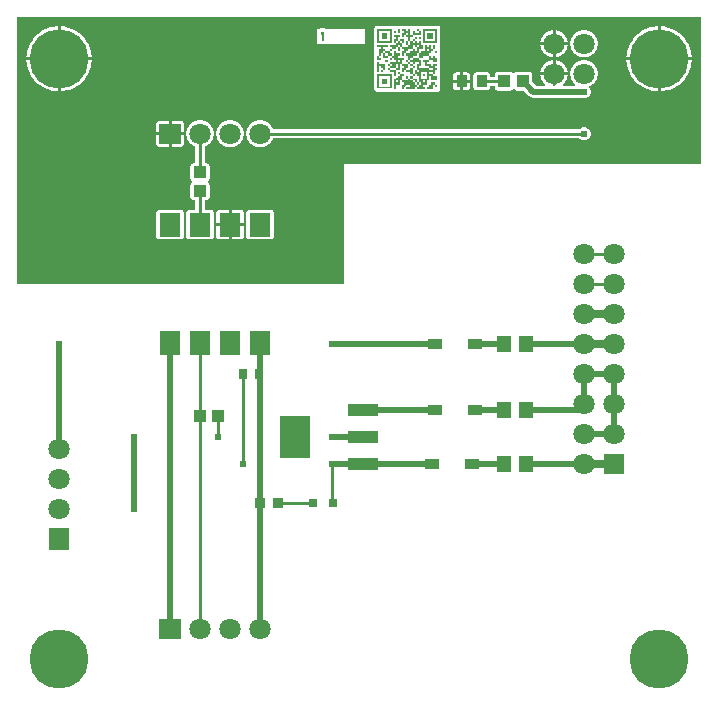
<source format=gtl>
G04 Layer: TopLayer*
G04 EasyEDA v6.5.34, 2023-08-21 18:11:39*
G04 3c53056fde0748dba5be5e51cb54a096,5a6b42c53f6a479593ecc07194224c93,10*
G04 Gerber Generator version 0.2*
G04 Scale: 100 percent, Rotated: No, Reflected: No *
G04 Dimensions in millimeters *
G04 leading zeros omitted , absolute positions ,4 integer and 5 decimal *
%FSLAX45Y45*%
%MOMM*%

%AMMACRO1*21,1,$1,$2,0,0,$3*%
%ADD10C,0.1524*%
%ADD11C,0.2540*%
%ADD12C,0.5000*%
%ADD13C,0.6350*%
%ADD14R,0.8000X0.9000*%
%ADD15MACRO1,0.864X0.8065X90.0000*%
%ADD16R,0.8000X0.8000*%
%ADD17R,1.0000X1.1000*%
%ADD18R,1.1000X1.0000*%
%ADD19R,0.8999X1.0000*%
%ADD20MACRO1,1.377X1.1325X-90.0000*%
%ADD21R,1.2000X0.9500*%
%ADD22MACRO1,1.05X2.465X90.0000*%
%ADD23MACRO1,3.54X2.465X-90.0000*%
%ADD24R,1.8000X2.0000*%
%ADD25C,1.8000*%
%ADD26MACRO1,1.8X1.7X-90.0000*%
%ADD27MACRO1,1.8X1.7X0.0000*%
%ADD28R,1.8000X1.8000*%
%ADD29C,5.0000*%
%ADD30C,0.6096*%
%ADD31C,0.0107*%

%LPD*%
G36*
X36068Y3556000D02*
G01*
X32156Y3556762D01*
X28905Y3558946D01*
X26670Y3562248D01*
X25908Y3566160D01*
X25908Y5805932D01*
X26670Y5809843D01*
X28905Y5813094D01*
X32156Y5815330D01*
X36068Y5816092D01*
X2555240Y5816092D01*
X2559151Y5815330D01*
X2562402Y5813094D01*
X2564638Y5809843D01*
X2565400Y5805932D01*
X2566162Y5809843D01*
X2568397Y5813094D01*
X2571648Y5815330D01*
X2575560Y5816092D01*
X3050540Y5816092D01*
X3054451Y5815330D01*
X3057702Y5813094D01*
X3059938Y5809843D01*
X3060700Y5805932D01*
X3061462Y5809843D01*
X3063697Y5813094D01*
X3066948Y5815330D01*
X3070860Y5816092D01*
X5805932Y5816092D01*
X5809843Y5815330D01*
X5813094Y5813094D01*
X5815330Y5809843D01*
X5816092Y5805932D01*
X5816092Y4582160D01*
X5815330Y4578248D01*
X5813094Y4574946D01*
X5809843Y4572762D01*
X5805932Y4572000D01*
X2795016Y4572000D01*
X2794000Y4570984D01*
X2794000Y3566160D01*
X2793238Y3562248D01*
X2791002Y3558946D01*
X2787700Y3556762D01*
X2783840Y3556000D01*
G37*

%LPC*%
G36*
X3744061Y5194604D02*
G01*
X3775811Y5194604D01*
X3775811Y5257800D01*
X3717594Y5257800D01*
X3717594Y5221071D01*
X3718306Y5214721D01*
X3720185Y5209286D01*
X3723284Y5204358D01*
X3727399Y5200294D01*
X3732276Y5197195D01*
X3737762Y5195316D01*
G37*
G36*
X1841550Y3930091D02*
G01*
X1918258Y3930091D01*
X1924557Y3930802D01*
X1930044Y3932732D01*
X1934921Y3935780D01*
X1939036Y3939895D01*
X1942134Y3944772D01*
X1944014Y3950258D01*
X1944725Y3956558D01*
X1944725Y4043273D01*
X1841550Y4043273D01*
G37*
G36*
X1231392Y3930091D02*
G01*
X1410258Y3930091D01*
X1416558Y3930802D01*
X1422044Y3932732D01*
X1426921Y3935780D01*
X1431036Y3939895D01*
X1434134Y3944772D01*
X1436014Y3950258D01*
X1436725Y3956558D01*
X1436725Y4155440D01*
X1436014Y4161739D01*
X1434134Y4167225D01*
X1431036Y4172102D01*
X1426921Y4176217D01*
X1422044Y4179265D01*
X1416558Y4181195D01*
X1410258Y4181906D01*
X1231392Y4181906D01*
X1225092Y4181195D01*
X1219606Y4179265D01*
X1214729Y4176217D01*
X1210614Y4172102D01*
X1207516Y4167225D01*
X1205636Y4161739D01*
X1204925Y4155440D01*
X1204925Y3956558D01*
X1205636Y3950258D01*
X1207516Y3944772D01*
X1210614Y3939895D01*
X1214729Y3935780D01*
X1219606Y3932732D01*
X1225092Y3930802D01*
G37*
G36*
X1993392Y3930091D02*
G01*
X2172258Y3930091D01*
X2178558Y3930802D01*
X2184044Y3932732D01*
X2188921Y3935780D01*
X2193036Y3939895D01*
X2196134Y3944772D01*
X2198014Y3950258D01*
X2198725Y3956558D01*
X2198725Y4155440D01*
X2198014Y4161739D01*
X2196134Y4167225D01*
X2193036Y4172102D01*
X2188921Y4176217D01*
X2184044Y4179265D01*
X2178558Y4181195D01*
X2172258Y4181906D01*
X1993392Y4181906D01*
X1987092Y4181195D01*
X1981606Y4179265D01*
X1976729Y4176217D01*
X1972614Y4172102D01*
X1969516Y4167225D01*
X1967636Y4161739D01*
X1966925Y4155440D01*
X1966925Y3956558D01*
X1967636Y3950258D01*
X1969516Y3944772D01*
X1972614Y3939895D01*
X1976729Y3935780D01*
X1981606Y3932732D01*
X1987092Y3930802D01*
G37*
G36*
X1485392Y3930091D02*
G01*
X1664258Y3930091D01*
X1670557Y3930802D01*
X1676044Y3932732D01*
X1680921Y3935780D01*
X1685036Y3939895D01*
X1688134Y3944772D01*
X1690014Y3950258D01*
X1690725Y3956558D01*
X1690725Y4155440D01*
X1690014Y4161739D01*
X1688134Y4167225D01*
X1685036Y4172102D01*
X1680921Y4176217D01*
X1676044Y4179265D01*
X1670557Y4181195D01*
X1664258Y4181906D01*
X1623568Y4181906D01*
X1619656Y4182668D01*
X1616405Y4184853D01*
X1614170Y4188155D01*
X1613408Y4192066D01*
X1613408Y4253534D01*
X1614170Y4257395D01*
X1616405Y4260697D01*
X1619656Y4262932D01*
X1623568Y4263694D01*
X1629206Y4263694D01*
X1635556Y4264406D01*
X1640992Y4266336D01*
X1645920Y4269384D01*
X1649984Y4273499D01*
X1653082Y4278376D01*
X1655013Y4283862D01*
X1655724Y4290161D01*
X1655724Y4389018D01*
X1655013Y4395368D01*
X1653082Y4400804D01*
X1649984Y4405731D01*
X1645920Y4409795D01*
X1644040Y4411014D01*
X1641093Y4413808D01*
X1639468Y4417568D01*
X1639468Y4421632D01*
X1641093Y4425391D01*
X1644040Y4428185D01*
X1645920Y4429404D01*
X1649984Y4433468D01*
X1653082Y4438396D01*
X1655013Y4443831D01*
X1655724Y4450181D01*
X1655724Y4549038D01*
X1655013Y4555337D01*
X1653082Y4560824D01*
X1649984Y4565700D01*
X1645920Y4569815D01*
X1640992Y4572863D01*
X1635556Y4574794D01*
X1629206Y4575505D01*
X1623568Y4575505D01*
X1619656Y4576267D01*
X1616354Y4578451D01*
X1614170Y4581753D01*
X1613408Y4585665D01*
X1613408Y4710023D01*
X1614220Y4713935D01*
X1616456Y4717237D01*
X1619808Y4719472D01*
X1624076Y4721148D01*
X1636826Y4728159D01*
X1648612Y4736693D01*
X1659229Y4746650D01*
X1668475Y4757877D01*
X1676298Y4770170D01*
X1682496Y4783328D01*
X1686966Y4797196D01*
X1689709Y4811471D01*
X1690624Y4826000D01*
X1689709Y4840528D01*
X1686966Y4854803D01*
X1682496Y4868672D01*
X1676298Y4881829D01*
X1668475Y4894122D01*
X1659229Y4905349D01*
X1648612Y4915306D01*
X1636826Y4923840D01*
X1624076Y4930851D01*
X1610563Y4936185D01*
X1596440Y4939842D01*
X1582013Y4941671D01*
X1567484Y4941671D01*
X1553006Y4939842D01*
X1538935Y4936185D01*
X1525422Y4930851D01*
X1512671Y4923840D01*
X1500886Y4915306D01*
X1490268Y4905349D01*
X1480972Y4894122D01*
X1473200Y4881829D01*
X1467002Y4868672D01*
X1462481Y4854803D01*
X1459788Y4840528D01*
X1458874Y4826000D01*
X1459788Y4811471D01*
X1462481Y4797196D01*
X1467002Y4783328D01*
X1473200Y4770170D01*
X1480972Y4757877D01*
X1490268Y4746650D01*
X1500886Y4736693D01*
X1512671Y4728159D01*
X1525422Y4721148D01*
X1529791Y4719421D01*
X1533144Y4717237D01*
X1535379Y4713884D01*
X1536192Y4709972D01*
X1536192Y4585665D01*
X1535430Y4581753D01*
X1533194Y4578451D01*
X1529892Y4576267D01*
X1526032Y4575505D01*
X1520393Y4575505D01*
X1514043Y4574794D01*
X1508607Y4572863D01*
X1503680Y4569815D01*
X1499616Y4565700D01*
X1496517Y4560824D01*
X1494586Y4555337D01*
X1493875Y4549038D01*
X1493875Y4450181D01*
X1494586Y4443831D01*
X1496517Y4438396D01*
X1499616Y4433468D01*
X1503680Y4429404D01*
X1505559Y4428185D01*
X1508506Y4425391D01*
X1510131Y4421632D01*
X1510131Y4417568D01*
X1508506Y4413808D01*
X1505559Y4411014D01*
X1503680Y4409795D01*
X1499616Y4405731D01*
X1496517Y4400804D01*
X1494586Y4395368D01*
X1493875Y4389018D01*
X1493875Y4290161D01*
X1494586Y4283862D01*
X1496517Y4278376D01*
X1499616Y4273499D01*
X1503680Y4269384D01*
X1508607Y4266336D01*
X1514043Y4264406D01*
X1520393Y4263694D01*
X1526032Y4263694D01*
X1529892Y4262932D01*
X1533194Y4260697D01*
X1535430Y4257395D01*
X1536192Y4253534D01*
X1536192Y4192066D01*
X1535430Y4188155D01*
X1533194Y4184853D01*
X1529892Y4182668D01*
X1526032Y4181906D01*
X1485392Y4181906D01*
X1479092Y4181195D01*
X1473606Y4179265D01*
X1468729Y4176217D01*
X1464614Y4172102D01*
X1461516Y4167225D01*
X1459636Y4161739D01*
X1458925Y4155440D01*
X1458925Y3956558D01*
X1459636Y3950258D01*
X1461516Y3944772D01*
X1464614Y3939895D01*
X1468729Y3935780D01*
X1473606Y3932732D01*
X1479092Y3930802D01*
G37*
G36*
X1712925Y4068673D02*
G01*
X1816150Y4068673D01*
X1816150Y4181906D01*
X1739392Y4181906D01*
X1733092Y4181195D01*
X1727606Y4179265D01*
X1722729Y4176217D01*
X1718614Y4172102D01*
X1715516Y4167225D01*
X1713636Y4161739D01*
X1712925Y4155440D01*
G37*
G36*
X1841550Y4068673D02*
G01*
X1944725Y4068673D01*
X1944725Y4155440D01*
X1944014Y4161739D01*
X1942134Y4167225D01*
X1939036Y4172102D01*
X1934921Y4176217D01*
X1930044Y4179265D01*
X1924557Y4181195D01*
X1918258Y4181906D01*
X1841550Y4181906D01*
G37*
G36*
X1821484Y4710328D02*
G01*
X1836013Y4710328D01*
X1850440Y4712157D01*
X1864563Y4715764D01*
X1878075Y4721148D01*
X1890826Y4728159D01*
X1902612Y4736693D01*
X1913229Y4746650D01*
X1922475Y4757877D01*
X1930298Y4770170D01*
X1936496Y4783328D01*
X1940966Y4797196D01*
X1943709Y4811471D01*
X1944624Y4826000D01*
X1943709Y4840528D01*
X1940966Y4854803D01*
X1936496Y4868672D01*
X1930298Y4881829D01*
X1922475Y4894122D01*
X1913229Y4905349D01*
X1902612Y4915306D01*
X1890826Y4923840D01*
X1878075Y4930851D01*
X1864563Y4936185D01*
X1850440Y4939842D01*
X1836013Y4941671D01*
X1821484Y4941671D01*
X1807006Y4939842D01*
X1792935Y4936185D01*
X1779422Y4930851D01*
X1766671Y4923840D01*
X1754886Y4915306D01*
X1744268Y4905349D01*
X1734972Y4894122D01*
X1727200Y4881829D01*
X1721002Y4868672D01*
X1716481Y4854803D01*
X1713788Y4840528D01*
X1712874Y4826000D01*
X1713788Y4811471D01*
X1716481Y4797196D01*
X1721002Y4783328D01*
X1727200Y4770170D01*
X1734972Y4757877D01*
X1744268Y4746650D01*
X1754886Y4736693D01*
X1766671Y4728159D01*
X1779422Y4721148D01*
X1792935Y4715764D01*
X1807006Y4712157D01*
G37*
G36*
X2075484Y4710328D02*
G01*
X2090013Y4710328D01*
X2104440Y4712157D01*
X2118563Y4715764D01*
X2132076Y4721148D01*
X2144826Y4728159D01*
X2156612Y4736693D01*
X2167229Y4746650D01*
X2176475Y4757877D01*
X2184298Y4770170D01*
X2189632Y4781550D01*
X2191867Y4784598D01*
X2195118Y4786680D01*
X2198827Y4787392D01*
X4780991Y4787392D01*
X4784902Y4786579D01*
X4788204Y4784394D01*
X4789779Y4782820D01*
X4797806Y4777181D01*
X4806696Y4773015D01*
X4816195Y4770475D01*
X4826000Y4769612D01*
X4835753Y4770475D01*
X4845253Y4773015D01*
X4854143Y4777181D01*
X4862220Y4782820D01*
X4869129Y4789728D01*
X4874768Y4797806D01*
X4878933Y4806696D01*
X4881473Y4816195D01*
X4882337Y4825949D01*
X4881473Y4835753D01*
X4878933Y4845253D01*
X4874768Y4854143D01*
X4869129Y4862220D01*
X4862220Y4869129D01*
X4854143Y4874768D01*
X4845253Y4878933D01*
X4835753Y4881473D01*
X4826000Y4882337D01*
X4816195Y4881473D01*
X4806696Y4878933D01*
X4797806Y4874768D01*
X4789779Y4869129D01*
X4788204Y4867554D01*
X4784902Y4865370D01*
X4780991Y4864608D01*
X2198878Y4864608D01*
X2195118Y4865319D01*
X2191918Y4867351D01*
X2189683Y4870399D01*
X2184298Y4881829D01*
X2176475Y4894122D01*
X2167229Y4905349D01*
X2156612Y4915306D01*
X2144826Y4923840D01*
X2132076Y4930851D01*
X2118563Y4936185D01*
X2104440Y4939842D01*
X2090013Y4941671D01*
X2075484Y4941671D01*
X2061006Y4939842D01*
X2046935Y4936185D01*
X2033422Y4930851D01*
X2020671Y4923840D01*
X2008886Y4915306D01*
X1998268Y4905349D01*
X1988972Y4894122D01*
X1981200Y4881829D01*
X1975002Y4868672D01*
X1970481Y4854803D01*
X1967788Y4840528D01*
X1966874Y4826000D01*
X1967788Y4811471D01*
X1970481Y4797196D01*
X1975002Y4783328D01*
X1981200Y4770170D01*
X1988972Y4757877D01*
X1998268Y4746650D01*
X2008886Y4736693D01*
X2020671Y4728159D01*
X2033422Y4721148D01*
X2046935Y4715764D01*
X2061006Y4712157D01*
G37*
G36*
X1231290Y4715103D02*
G01*
X1308049Y4715103D01*
X1308049Y4813300D01*
X1204823Y4813300D01*
X1204823Y4741570D01*
X1205534Y4735220D01*
X1207465Y4729784D01*
X1210564Y4724857D01*
X1214628Y4720793D01*
X1219555Y4717694D01*
X1224991Y4715814D01*
G37*
G36*
X1333449Y4715103D02*
G01*
X1410157Y4715103D01*
X1416507Y4715814D01*
X1421942Y4717694D01*
X1426870Y4720793D01*
X1430934Y4724857D01*
X1434033Y4729784D01*
X1435963Y4735220D01*
X1436674Y4741570D01*
X1436674Y4813300D01*
X1333449Y4813300D01*
G37*
G36*
X4584700Y5600700D02*
G01*
X4687112Y5600700D01*
X4686960Y5602528D01*
X4684268Y5616803D01*
X4679746Y5630672D01*
X4673549Y5643829D01*
X4665776Y5656122D01*
X4656480Y5667349D01*
X4645863Y5677306D01*
X4634077Y5685840D01*
X4621326Y5692851D01*
X4607814Y5698236D01*
X4593691Y5701842D01*
X4584700Y5702960D01*
G37*
G36*
X1333449Y4838700D02*
G01*
X1436674Y4838700D01*
X1436674Y4910429D01*
X1435963Y4916728D01*
X1434033Y4922215D01*
X1430934Y4927092D01*
X1426870Y4931206D01*
X1421942Y4934254D01*
X1416507Y4936185D01*
X1410157Y4936896D01*
X1333449Y4936896D01*
G37*
G36*
X1204823Y4838700D02*
G01*
X1308049Y4838700D01*
X1308049Y4936896D01*
X1231290Y4936896D01*
X1224991Y4936185D01*
X1219555Y4934254D01*
X1214628Y4931206D01*
X1210564Y4927092D01*
X1207465Y4922215D01*
X1205534Y4916728D01*
X1204823Y4910429D01*
G37*
G36*
X4456887Y5600700D02*
G01*
X4559300Y5600700D01*
X4559300Y5702960D01*
X4550308Y5701842D01*
X4536186Y5698236D01*
X4522673Y5692851D01*
X4509922Y5685840D01*
X4498136Y5677306D01*
X4487519Y5667349D01*
X4478223Y5656122D01*
X4470450Y5643829D01*
X4464253Y5630672D01*
X4459732Y5616803D01*
X4457039Y5602528D01*
G37*
G36*
X4826000Y5125262D02*
G01*
X4835804Y5126126D01*
X4845253Y5128666D01*
X4854194Y5132781D01*
X4862220Y5138420D01*
X4869180Y5145379D01*
X4874818Y5153406D01*
X4878933Y5162346D01*
X4881473Y5171795D01*
X4882337Y5181600D01*
X4881473Y5191404D01*
X4878933Y5200853D01*
X4874818Y5209794D01*
X4871669Y5214264D01*
X4869992Y5218176D01*
X4870094Y5222392D01*
X4871872Y5226253D01*
X4875072Y5228996D01*
X4888077Y5236159D01*
X4899863Y5244693D01*
X4910480Y5254650D01*
X4919776Y5265877D01*
X4927549Y5278170D01*
X4933746Y5291328D01*
X4938268Y5305196D01*
X4940960Y5319471D01*
X4941874Y5334000D01*
X4940960Y5348528D01*
X4938268Y5362803D01*
X4933746Y5376672D01*
X4927549Y5389829D01*
X4919776Y5402122D01*
X4910480Y5413349D01*
X4899863Y5423306D01*
X4888077Y5431840D01*
X4875326Y5438851D01*
X4861814Y5444236D01*
X4847691Y5447842D01*
X4833264Y5449671D01*
X4818735Y5449671D01*
X4804308Y5447842D01*
X4790186Y5444236D01*
X4776673Y5438851D01*
X4763922Y5431840D01*
X4752136Y5423306D01*
X4741519Y5413349D01*
X4732223Y5402122D01*
X4724450Y5389829D01*
X4718253Y5376672D01*
X4713732Y5362803D01*
X4711039Y5348528D01*
X4710125Y5334000D01*
X4711039Y5319471D01*
X4713732Y5305196D01*
X4718253Y5291328D01*
X4724450Y5278170D01*
X4732223Y5265877D01*
X4741519Y5254650D01*
X4746396Y5250078D01*
X4748733Y5246776D01*
X4749596Y5242864D01*
X4748885Y5238902D01*
X4746701Y5235549D01*
X4743399Y5233314D01*
X4739436Y5232501D01*
X4658563Y5232501D01*
X4654600Y5233314D01*
X4651298Y5235549D01*
X4649114Y5238902D01*
X4648403Y5242864D01*
X4649266Y5246776D01*
X4651603Y5250078D01*
X4656480Y5254650D01*
X4665776Y5265877D01*
X4673549Y5278170D01*
X4679746Y5291328D01*
X4684268Y5305196D01*
X4686960Y5319471D01*
X4687112Y5321300D01*
X4584700Y5321300D01*
X4584700Y5242661D01*
X4583938Y5238800D01*
X4581702Y5235498D01*
X4578451Y5233263D01*
X4574540Y5232501D01*
X4569460Y5232501D01*
X4565548Y5233263D01*
X4562297Y5235498D01*
X4560062Y5238800D01*
X4559300Y5242661D01*
X4559300Y5321300D01*
X4456887Y5321300D01*
X4457039Y5319471D01*
X4459732Y5305196D01*
X4464253Y5291328D01*
X4470450Y5278170D01*
X4478223Y5265877D01*
X4487519Y5254650D01*
X4492396Y5250078D01*
X4494733Y5246776D01*
X4495596Y5242864D01*
X4494885Y5238902D01*
X4492701Y5235549D01*
X4489399Y5233314D01*
X4485436Y5232501D01*
X4423257Y5232501D01*
X4419396Y5233263D01*
X4416094Y5235498D01*
X4387951Y5263591D01*
X4385767Y5266893D01*
X4385005Y5270804D01*
X4385005Y5324906D01*
X4384294Y5331256D01*
X4382363Y5336692D01*
X4379315Y5341620D01*
X4375200Y5345684D01*
X4370324Y5348782D01*
X4364837Y5350713D01*
X4358538Y5351424D01*
X4259681Y5351424D01*
X4253331Y5350713D01*
X4247896Y5348782D01*
X4242968Y5345684D01*
X4238904Y5341620D01*
X4237685Y5339740D01*
X4234891Y5336794D01*
X4231132Y5335168D01*
X4227068Y5335168D01*
X4223308Y5336794D01*
X4220514Y5339740D01*
X4219295Y5341620D01*
X4215231Y5345684D01*
X4210304Y5348782D01*
X4204868Y5350713D01*
X4198518Y5351424D01*
X4099661Y5351424D01*
X4093362Y5350713D01*
X4087876Y5348782D01*
X4082999Y5345684D01*
X4078884Y5341620D01*
X4075836Y5336692D01*
X4073906Y5331256D01*
X4073194Y5324906D01*
X4073194Y5319268D01*
X4072432Y5315356D01*
X4070197Y5312105D01*
X4066895Y5309870D01*
X4063034Y5309108D01*
X4039565Y5309108D01*
X4035907Y5309768D01*
X4032707Y5311749D01*
X4030472Y5314696D01*
X4029456Y5318302D01*
X4028643Y5326329D01*
X4026763Y5331714D01*
X4023664Y5336590D01*
X4019600Y5340705D01*
X4014673Y5343804D01*
X4009237Y5345684D01*
X4002887Y5346395D01*
X3914038Y5346395D01*
X3907739Y5345684D01*
X3902252Y5343804D01*
X3897376Y5340705D01*
X3893261Y5336590D01*
X3890213Y5331714D01*
X3888282Y5326227D01*
X3887571Y5319928D01*
X3887571Y5221071D01*
X3888282Y5214721D01*
X3890213Y5209286D01*
X3893261Y5204358D01*
X3897376Y5200294D01*
X3902252Y5197195D01*
X3907739Y5195316D01*
X3914038Y5194604D01*
X4002887Y5194604D01*
X4009237Y5195316D01*
X4014673Y5197195D01*
X4019600Y5200294D01*
X4023664Y5204358D01*
X4026763Y5209286D01*
X4028643Y5214670D01*
X4029456Y5222697D01*
X4030472Y5226304D01*
X4032707Y5229250D01*
X4035907Y5231231D01*
X4039565Y5231892D01*
X4063034Y5231892D01*
X4066895Y5231130D01*
X4070197Y5228894D01*
X4072432Y5225643D01*
X4073194Y5221732D01*
X4073194Y5216093D01*
X4073906Y5209743D01*
X4075836Y5204307D01*
X4078884Y5199380D01*
X4082999Y5195316D01*
X4087876Y5192217D01*
X4093362Y5190286D01*
X4099661Y5189575D01*
X4198518Y5189575D01*
X4204868Y5190286D01*
X4210304Y5192217D01*
X4215231Y5195316D01*
X4219295Y5199380D01*
X4220514Y5201259D01*
X4223308Y5204206D01*
X4227068Y5205831D01*
X4231132Y5205831D01*
X4234891Y5204206D01*
X4237685Y5201259D01*
X4238904Y5199380D01*
X4242968Y5195316D01*
X4247896Y5192217D01*
X4253331Y5190286D01*
X4259681Y5189575D01*
X4313783Y5189575D01*
X4317695Y5188813D01*
X4320946Y5186629D01*
X4361840Y5145735D01*
X4365244Y5142585D01*
X4368800Y5139893D01*
X4372508Y5137505D01*
X4376470Y5135473D01*
X4380585Y5133746D01*
X4384802Y5132425D01*
X4389120Y5131460D01*
X4393539Y5130901D01*
X4398213Y5130698D01*
X4800092Y5130698D01*
X4804410Y5129733D01*
X4806746Y5128666D01*
X4816195Y5126126D01*
G37*
G36*
X3076905Y5181092D02*
G01*
X3583787Y5181092D01*
X3590086Y5181803D01*
X3595573Y5183682D01*
X3600450Y5186781D01*
X3604564Y5190896D01*
X3607612Y5195773D01*
X3609543Y5201208D01*
X3610254Y5207558D01*
X3610254Y5714441D01*
X3609543Y5720740D01*
X3607358Y5726938D01*
X3606800Y5730290D01*
X3606800Y5739384D01*
X3605784Y5740400D01*
X3587648Y5740450D01*
X3583787Y5740908D01*
X3076803Y5740908D01*
X3071774Y5740450D01*
X3067608Y5740908D01*
X3064002Y5743041D01*
X3061563Y5746445D01*
X3060700Y5750560D01*
X3060700Y5739892D01*
X3059938Y5735980D01*
X3057702Y5732678D01*
X3056128Y5731103D01*
X3053080Y5726226D01*
X3051149Y5720740D01*
X3050438Y5714441D01*
X3050438Y5207558D01*
X3051149Y5201208D01*
X3053080Y5195773D01*
X3056128Y5190896D01*
X3060242Y5186781D01*
X3065119Y5183682D01*
X3070606Y5181803D01*
G37*
G36*
X5473700Y5185562D02*
G01*
X5478322Y5185664D01*
X5501284Y5188051D01*
X5523992Y5192369D01*
X5546242Y5198618D01*
X5567934Y5206644D01*
X5588812Y5216499D01*
X5608828Y5228031D01*
X5627827Y5241239D01*
X5645607Y5255971D01*
X5662117Y5272125D01*
X5677204Y5289600D01*
X5690819Y5308295D01*
X5702757Y5328107D01*
X5713018Y5348782D01*
X5721553Y5370271D01*
X5728208Y5392369D01*
X5733034Y5414975D01*
X5735929Y5437936D01*
X5736336Y5448300D01*
X5473700Y5448300D01*
G37*
G36*
X393700Y5185562D02*
G01*
X398322Y5185664D01*
X421284Y5188051D01*
X443992Y5192369D01*
X466242Y5198618D01*
X487934Y5206644D01*
X508812Y5216499D01*
X528828Y5228031D01*
X547827Y5241239D01*
X565607Y5255971D01*
X582117Y5272125D01*
X597204Y5289600D01*
X610819Y5308295D01*
X622757Y5328107D01*
X633018Y5348782D01*
X641553Y5370271D01*
X648208Y5392369D01*
X653034Y5414975D01*
X655929Y5437936D01*
X656336Y5448300D01*
X393700Y5448300D01*
G37*
G36*
X5448300Y5185613D02*
G01*
X5448300Y5448300D01*
X5185410Y5448300D01*
X5187289Y5426405D01*
X5191150Y5403646D01*
X5196890Y5381244D01*
X5204460Y5359450D01*
X5213858Y5338318D01*
X5224983Y5318099D01*
X5237784Y5298846D01*
X5252161Y5280710D01*
X5267960Y5263896D01*
X5285130Y5248402D01*
X5303520Y5234432D01*
X5323027Y5222087D01*
X5343499Y5211368D01*
X5364835Y5202428D01*
X5386781Y5195265D01*
X5409285Y5189982D01*
X5432145Y5186629D01*
G37*
G36*
X368300Y5185613D02*
G01*
X368300Y5448300D01*
X105410Y5448300D01*
X107289Y5426405D01*
X111150Y5403646D01*
X116890Y5381244D01*
X124460Y5359450D01*
X133858Y5338318D01*
X144983Y5318099D01*
X157784Y5298846D01*
X172161Y5280710D01*
X187960Y5263896D01*
X205130Y5248402D01*
X223520Y5234432D01*
X243027Y5222087D01*
X263499Y5211368D01*
X284835Y5202428D01*
X306781Y5195265D01*
X329285Y5189982D01*
X352145Y5186629D01*
G37*
G36*
X2596438Y5583682D02*
G01*
X2626563Y5583682D01*
X2632862Y5584393D01*
X2641142Y5587593D01*
X2643936Y5588000D01*
X2970784Y5588000D01*
X2971800Y5589016D01*
X2971800Y5713984D01*
X2970784Y5715000D01*
X2639822Y5715000D01*
X2636469Y5715558D01*
X2632862Y5716828D01*
X2626563Y5717540D01*
X2596438Y5717540D01*
X2590139Y5716828D01*
X2586532Y5715558D01*
X2583180Y5715000D01*
X2575560Y5715000D01*
X2571648Y5715762D01*
X2568397Y5717997D01*
X2566162Y5721248D01*
X2565400Y5725160D01*
X2565400Y5589016D01*
X2566416Y5588000D01*
X2579065Y5588000D01*
X2581859Y5587593D01*
X2584653Y5586323D01*
X2590139Y5584393D01*
G37*
G36*
X3801211Y5194604D02*
G01*
X3832910Y5194604D01*
X3839210Y5195316D01*
X3844696Y5197195D01*
X3849573Y5200294D01*
X3853687Y5204358D01*
X3856786Y5209286D01*
X3858666Y5214721D01*
X3859377Y5221071D01*
X3859377Y5257800D01*
X3801211Y5257800D01*
G37*
G36*
X1739392Y3930091D02*
G01*
X1816150Y3930091D01*
X1816150Y4043273D01*
X1712925Y4043273D01*
X1712925Y3956558D01*
X1713636Y3950258D01*
X1715516Y3944772D01*
X1718614Y3939895D01*
X1722729Y3935780D01*
X1727606Y3932732D01*
X1733092Y3930802D01*
G37*
G36*
X105410Y5473700D02*
G01*
X368300Y5473700D01*
X368300Y5736386D01*
X352145Y5735370D01*
X329285Y5732018D01*
X306781Y5726734D01*
X284835Y5719572D01*
X263499Y5710631D01*
X243027Y5699912D01*
X223520Y5687568D01*
X205130Y5673598D01*
X187960Y5658104D01*
X172161Y5641289D01*
X157784Y5623153D01*
X144983Y5603900D01*
X133858Y5583682D01*
X124460Y5562549D01*
X116890Y5540756D01*
X111150Y5518353D01*
X107289Y5495594D01*
G37*
G36*
X5185410Y5473700D02*
G01*
X5448300Y5473700D01*
X5448300Y5736386D01*
X5432145Y5735370D01*
X5409285Y5732018D01*
X5386781Y5726734D01*
X5364835Y5719572D01*
X5343499Y5710631D01*
X5323027Y5699912D01*
X5303520Y5687568D01*
X5285130Y5673598D01*
X5267960Y5658104D01*
X5252161Y5641289D01*
X5237784Y5623153D01*
X5224983Y5603900D01*
X5213858Y5583682D01*
X5204460Y5562549D01*
X5196890Y5540756D01*
X5191150Y5518353D01*
X5187289Y5495594D01*
G37*
G36*
X5473700Y5473700D02*
G01*
X5736336Y5473700D01*
X5735929Y5484063D01*
X5733034Y5507024D01*
X5728208Y5529630D01*
X5721553Y5551728D01*
X5713018Y5573217D01*
X5702757Y5593892D01*
X5690819Y5613704D01*
X5677204Y5632348D01*
X5662117Y5649874D01*
X5645607Y5666028D01*
X5627827Y5680760D01*
X5608828Y5693968D01*
X5588812Y5705500D01*
X5567934Y5715355D01*
X5546242Y5723382D01*
X5523992Y5729630D01*
X5501284Y5733948D01*
X5478322Y5736336D01*
X5473700Y5736437D01*
G37*
G36*
X393700Y5473700D02*
G01*
X656336Y5473700D01*
X655929Y5484063D01*
X653034Y5507024D01*
X648208Y5529630D01*
X641553Y5551728D01*
X633018Y5573217D01*
X622757Y5593892D01*
X610819Y5613704D01*
X597204Y5632348D01*
X582117Y5649874D01*
X565607Y5666028D01*
X547827Y5680760D01*
X528828Y5693968D01*
X508812Y5705500D01*
X487934Y5715355D01*
X466242Y5723382D01*
X443992Y5729630D01*
X421284Y5733948D01*
X398322Y5736336D01*
X393700Y5736437D01*
G37*
G36*
X3801211Y5283200D02*
G01*
X3859377Y5283200D01*
X3859377Y5319928D01*
X3858666Y5326227D01*
X3856786Y5331714D01*
X3853687Y5336590D01*
X3849573Y5340705D01*
X3844696Y5343804D01*
X3839210Y5345684D01*
X3832910Y5346395D01*
X3801211Y5346395D01*
G37*
G36*
X3717594Y5283200D02*
G01*
X3775811Y5283200D01*
X3775811Y5346395D01*
X3744061Y5346395D01*
X3737762Y5345684D01*
X3732276Y5343804D01*
X3727399Y5340705D01*
X3723284Y5336590D01*
X3720185Y5331714D01*
X3718306Y5326227D01*
X3717594Y5319928D01*
G37*
G36*
X4559300Y5473039D02*
G01*
X4559300Y5575300D01*
X4456887Y5575300D01*
X4457039Y5573471D01*
X4459732Y5559196D01*
X4464253Y5545328D01*
X4470450Y5532170D01*
X4478223Y5519877D01*
X4487519Y5508650D01*
X4498136Y5498693D01*
X4509922Y5490159D01*
X4522673Y5483148D01*
X4536186Y5477764D01*
X4550308Y5474157D01*
G37*
G36*
X4584700Y5473039D02*
G01*
X4593691Y5474157D01*
X4607814Y5477764D01*
X4621326Y5483148D01*
X4634077Y5490159D01*
X4645863Y5498693D01*
X4656480Y5508650D01*
X4665776Y5519877D01*
X4673549Y5532170D01*
X4679746Y5545328D01*
X4684268Y5559196D01*
X4686960Y5573471D01*
X4687112Y5575300D01*
X4584700Y5575300D01*
G37*
G36*
X4584700Y5346700D02*
G01*
X4687112Y5346700D01*
X4686960Y5348528D01*
X4684268Y5362803D01*
X4679746Y5376672D01*
X4673549Y5389829D01*
X4665776Y5402122D01*
X4656480Y5413349D01*
X4645863Y5423306D01*
X4634077Y5431840D01*
X4621326Y5438851D01*
X4607814Y5444236D01*
X4593691Y5447842D01*
X4584700Y5448960D01*
G37*
G36*
X4456887Y5346700D02*
G01*
X4559300Y5346700D01*
X4559300Y5448960D01*
X4550308Y5447842D01*
X4536186Y5444236D01*
X4522673Y5438851D01*
X4509922Y5431840D01*
X4498136Y5423306D01*
X4487519Y5413349D01*
X4478223Y5402122D01*
X4470450Y5389829D01*
X4464253Y5376672D01*
X4459732Y5362803D01*
X4457039Y5348528D01*
G37*
G36*
X4818735Y5472328D02*
G01*
X4833264Y5472328D01*
X4847691Y5474157D01*
X4861814Y5477764D01*
X4875326Y5483148D01*
X4888077Y5490159D01*
X4899863Y5498693D01*
X4910480Y5508650D01*
X4919776Y5519877D01*
X4927549Y5532170D01*
X4933746Y5545328D01*
X4938268Y5559196D01*
X4940960Y5573471D01*
X4941874Y5588000D01*
X4940960Y5602528D01*
X4938268Y5616803D01*
X4933746Y5630672D01*
X4927549Y5643829D01*
X4919776Y5656122D01*
X4910480Y5667349D01*
X4899863Y5677306D01*
X4888077Y5685840D01*
X4875326Y5692851D01*
X4861814Y5698236D01*
X4847691Y5701842D01*
X4833264Y5703671D01*
X4818735Y5703671D01*
X4804308Y5701842D01*
X4790186Y5698236D01*
X4776673Y5692851D01*
X4763922Y5685840D01*
X4752136Y5677306D01*
X4741519Y5667349D01*
X4732223Y5656122D01*
X4724450Y5643829D01*
X4718253Y5630672D01*
X4713732Y5616803D01*
X4711039Y5602528D01*
X4710125Y5588000D01*
X4711039Y5573471D01*
X4713732Y5559196D01*
X4718253Y5545328D01*
X4724450Y5532170D01*
X4732223Y5519877D01*
X4741519Y5508650D01*
X4752136Y5498693D01*
X4763922Y5490159D01*
X4776673Y5483148D01*
X4790186Y5477764D01*
X4804308Y5474157D01*
G37*

%LPD*%
G36*
X3251200Y5715000D02*
G01*
X3251200Y5680151D01*
X3267760Y5680151D01*
X3267760Y5715000D01*
G37*
G36*
X3286150Y5715000D02*
G01*
X3286150Y5696661D01*
X3302762Y5696661D01*
X3302762Y5680151D01*
X3339541Y5680151D01*
X3339541Y5663641D01*
X3321151Y5663641D01*
X3321151Y5680151D01*
X3286150Y5680151D01*
X3286150Y5645302D01*
X3302762Y5645302D01*
X3302762Y5663641D01*
X3321151Y5663641D01*
X3321151Y5645302D01*
X3339541Y5645302D01*
X3339541Y5610453D01*
X3356101Y5610453D01*
X3356101Y5575604D01*
X3339541Y5575604D01*
X3339541Y5610453D01*
X3321151Y5610453D01*
X3321151Y5575604D01*
X3339541Y5575604D01*
X3339541Y5557266D01*
X3286150Y5557266D01*
X3286150Y5592114D01*
X3302762Y5592114D01*
X3302762Y5626963D01*
X3267760Y5626963D01*
X3267760Y5610453D01*
X3286150Y5610453D01*
X3286150Y5592114D01*
X3267760Y5592114D01*
X3267760Y5610453D01*
X3251200Y5610453D01*
X3251200Y5645302D01*
X3267760Y5645302D01*
X3267760Y5663641D01*
X3216249Y5663641D01*
X3216249Y5645302D01*
X3234639Y5645302D01*
X3234639Y5626963D01*
X3216249Y5626963D01*
X3216249Y5610453D01*
X3251200Y5610453D01*
X3251200Y5592114D01*
X3234639Y5592114D01*
X3234639Y5610453D01*
X3216249Y5610453D01*
X3216249Y5592114D01*
X3234639Y5592114D01*
X3234639Y5575604D01*
X3181248Y5575604D01*
X3181248Y5557266D01*
X3197809Y5557266D01*
X3197809Y5540756D01*
X3181248Y5540756D01*
X3181248Y5522417D01*
X3144469Y5522417D01*
X3144469Y5540756D01*
X3127908Y5540756D01*
X3127908Y5557266D01*
X3162858Y5557266D01*
X3162858Y5575604D01*
X3076346Y5575604D01*
X3076346Y5557266D01*
X3109468Y5557266D01*
X3109468Y5540756D01*
X3092907Y5540756D01*
X3092907Y5522417D01*
X3144469Y5522417D01*
X3144469Y5505907D01*
X3181248Y5505907D01*
X3181248Y5522417D01*
X3197809Y5522417D01*
X3197809Y5540756D01*
X3234639Y5540756D01*
X3234639Y5557266D01*
X3251200Y5557266D01*
X3251200Y5575604D01*
X3267760Y5575604D01*
X3267760Y5557266D01*
X3286150Y5557266D01*
X3286150Y5540756D01*
X3302762Y5540756D01*
X3302762Y5522417D01*
X3286150Y5522417D01*
X3286150Y5487568D01*
X3302762Y5487568D01*
X3302762Y5505907D01*
X3321151Y5505907D01*
X3321151Y5522417D01*
X3339541Y5522417D01*
X3339541Y5540756D01*
X3374542Y5540756D01*
X3374542Y5575604D01*
X3391103Y5575604D01*
X3391103Y5557266D01*
X3409492Y5557266D01*
X3409492Y5575604D01*
X3426053Y5575604D01*
X3426053Y5557266D01*
X3409492Y5557266D01*
X3409492Y5522417D01*
X3391103Y5522417D01*
X3391103Y5540756D01*
X3374542Y5540756D01*
X3374542Y5522417D01*
X3356101Y5522417D01*
X3356101Y5505907D01*
X3321151Y5505907D01*
X3321151Y5487568D01*
X3339541Y5487568D01*
X3339541Y5452719D01*
X3356101Y5452719D01*
X3356101Y5469229D01*
X3374542Y5469229D01*
X3374542Y5487568D01*
X3409492Y5487568D01*
X3409492Y5505907D01*
X3426053Y5505907D01*
X3426053Y5469229D01*
X3461054Y5469229D01*
X3461054Y5487568D01*
X3514394Y5487568D01*
X3514394Y5452719D01*
X3461054Y5452719D01*
X3461054Y5434380D01*
X3479444Y5434380D01*
X3479444Y5399532D01*
X3514394Y5399532D01*
X3514394Y5383022D01*
X3549396Y5383022D01*
X3549396Y5364683D01*
X3514394Y5364683D01*
X3514394Y5383022D01*
X3426053Y5383022D01*
X3426053Y5399532D01*
X3444443Y5399532D01*
X3444443Y5452719D01*
X3426053Y5452719D01*
X3426053Y5469229D01*
X3374542Y5469229D01*
X3374542Y5452719D01*
X3356101Y5452719D01*
X3356101Y5434380D01*
X3374542Y5434380D01*
X3374542Y5416042D01*
X3391103Y5416042D01*
X3391103Y5434380D01*
X3426053Y5434380D01*
X3426053Y5416042D01*
X3409492Y5416042D01*
X3409492Y5364683D01*
X3426053Y5364683D01*
X3426053Y5346344D01*
X3549396Y5346344D01*
X3549396Y5329834D01*
X3514394Y5329834D01*
X3514394Y5346344D01*
X3497834Y5346344D01*
X3497834Y5293156D01*
X3444443Y5293156D01*
X3444443Y5346344D01*
X3409492Y5346344D01*
X3409492Y5364683D01*
X3391103Y5364683D01*
X3391103Y5329834D01*
X3409492Y5329834D01*
X3409492Y5311495D01*
X3426053Y5311495D01*
X3426053Y5276646D01*
X3479444Y5276646D01*
X3479444Y5260187D01*
X3461054Y5260187D01*
X3461054Y5276646D01*
X3426053Y5276646D01*
X3426053Y5260187D01*
X3444443Y5260187D01*
X3444443Y5241848D01*
X3426053Y5241848D01*
X3426053Y5225338D01*
X3409492Y5225338D01*
X3409492Y5241848D01*
X3391103Y5241848D01*
X3391103Y5260187D01*
X3374542Y5260187D01*
X3374542Y5276646D01*
X3356101Y5276646D01*
X3356101Y5293156D01*
X3374542Y5293156D01*
X3374542Y5311495D01*
X3391103Y5311495D01*
X3391103Y5329834D01*
X3374542Y5329834D01*
X3374542Y5383022D01*
X3356101Y5383022D01*
X3356101Y5364683D01*
X3321151Y5364683D01*
X3321151Y5383022D01*
X3339541Y5383022D01*
X3339541Y5416042D01*
X3286150Y5416042D01*
X3286150Y5452719D01*
X3302762Y5452719D01*
X3302762Y5469229D01*
X3251200Y5469229D01*
X3251200Y5487568D01*
X3267760Y5487568D01*
X3267760Y5505907D01*
X3234639Y5505907D01*
X3234639Y5522417D01*
X3216249Y5522417D01*
X3216249Y5487568D01*
X3197809Y5487568D01*
X3197809Y5505907D01*
X3162858Y5505907D01*
X3162858Y5487568D01*
X3144469Y5487568D01*
X3144469Y5505907D01*
X3127908Y5505907D01*
X3127908Y5522417D01*
X3092907Y5522417D01*
X3092907Y5487568D01*
X3076346Y5487568D01*
X3076346Y5452719D01*
X3109468Y5452719D01*
X3109468Y5469229D01*
X3092907Y5469229D01*
X3092907Y5487568D01*
X3109468Y5487568D01*
X3109468Y5505907D01*
X3127908Y5505907D01*
X3127908Y5469229D01*
X3162858Y5469229D01*
X3162858Y5487568D01*
X3197809Y5487568D01*
X3197809Y5469229D01*
X3181248Y5469229D01*
X3181248Y5452719D01*
X3197809Y5452719D01*
X3197809Y5469229D01*
X3216249Y5469229D01*
X3216249Y5452719D01*
X3267760Y5452719D01*
X3267760Y5434380D01*
X3251200Y5434380D01*
X3251200Y5452719D01*
X3234639Y5452719D01*
X3234639Y5434380D01*
X3181248Y5434380D01*
X3181248Y5416042D01*
X3197809Y5416042D01*
X3197809Y5399532D01*
X3181248Y5399532D01*
X3181248Y5416042D01*
X3162858Y5416042D01*
X3162858Y5399532D01*
X3181248Y5399532D01*
X3181248Y5383022D01*
X3162858Y5383022D01*
X3162858Y5364683D01*
X3181248Y5364683D01*
X3181248Y5383022D01*
X3234639Y5383022D01*
X3234639Y5416042D01*
X3251200Y5416042D01*
X3251200Y5383022D01*
X3234639Y5383022D01*
X3234639Y5364683D01*
X3181248Y5364683D01*
X3181248Y5346344D01*
X3216249Y5346344D01*
X3216249Y5311495D01*
X3234639Y5311495D01*
X3234639Y5364683D01*
X3267760Y5364683D01*
X3267760Y5416042D01*
X3286150Y5416042D01*
X3286150Y5399532D01*
X3302762Y5399532D01*
X3302762Y5383022D01*
X3286150Y5383022D01*
X3286150Y5346344D01*
X3302762Y5346344D01*
X3302762Y5364683D01*
X3321151Y5364683D01*
X3321151Y5346344D01*
X3356101Y5346344D01*
X3356101Y5329834D01*
X3374542Y5329834D01*
X3374542Y5311495D01*
X3356101Y5311495D01*
X3356101Y5293156D01*
X3339541Y5293156D01*
X3339541Y5311495D01*
X3321151Y5311495D01*
X3321151Y5293156D01*
X3339541Y5293156D01*
X3339541Y5276646D01*
X3286150Y5276646D01*
X3286150Y5311495D01*
X3302762Y5311495D01*
X3302762Y5329834D01*
X3267760Y5329834D01*
X3267760Y5346344D01*
X3251200Y5346344D01*
X3251200Y5329834D01*
X3267760Y5329834D01*
X3267760Y5311495D01*
X3251403Y5311495D01*
X3250285Y5294122D01*
X3216249Y5293055D01*
X3216249Y5276646D01*
X3251200Y5276646D01*
X3251200Y5260187D01*
X3234639Y5260187D01*
X3234639Y5276646D01*
X3216249Y5276646D01*
X3216249Y5207000D01*
X3234639Y5207000D01*
X3234639Y5241848D01*
X3267760Y5241848D01*
X3267760Y5276646D01*
X3286150Y5276646D01*
X3286150Y5260187D01*
X3302762Y5260187D01*
X3302762Y5241848D01*
X3286150Y5241848D01*
X3286150Y5207000D01*
X3302558Y5207000D01*
X3303676Y5224424D01*
X3321151Y5225542D01*
X3321151Y5241848D01*
X3356101Y5241848D01*
X3356101Y5225338D01*
X3321151Y5225338D01*
X3321151Y5207000D01*
X3391103Y5207000D01*
X3391103Y5225338D01*
X3409492Y5225338D01*
X3409492Y5207000D01*
X3479444Y5207000D01*
X3479444Y5225338D01*
X3461054Y5225338D01*
X3461054Y5241848D01*
X3497834Y5241848D01*
X3497834Y5276646D01*
X3514394Y5276646D01*
X3514394Y5311495D01*
X3530955Y5311495D01*
X3530955Y5276646D01*
X3584346Y5276646D01*
X3584346Y5311495D01*
X3549396Y5311495D01*
X3549396Y5329834D01*
X3567785Y5329834D01*
X3567785Y5364683D01*
X3584346Y5364683D01*
X3584346Y5383022D01*
X3567785Y5383022D01*
X3567785Y5399532D01*
X3584346Y5399532D01*
X3584346Y5416042D01*
X3549396Y5416042D01*
X3549396Y5399532D01*
X3530955Y5399532D01*
X3530955Y5416042D01*
X3497834Y5416042D01*
X3497834Y5434380D01*
X3514394Y5434380D01*
X3514394Y5452719D01*
X3549396Y5452719D01*
X3549396Y5434380D01*
X3584346Y5434380D01*
X3584346Y5469229D01*
X3567785Y5469229D01*
X3567785Y5487568D01*
X3549396Y5487568D01*
X3549396Y5469229D01*
X3530955Y5469229D01*
X3530955Y5487568D01*
X3514394Y5487568D01*
X3514394Y5505907D01*
X3530955Y5505907D01*
X3530955Y5522417D01*
X3549396Y5522417D01*
X3549396Y5540756D01*
X3567785Y5540756D01*
X3567785Y5575604D01*
X3549396Y5575604D01*
X3549396Y5540756D01*
X3530955Y5540756D01*
X3530955Y5575604D01*
X3514394Y5575604D01*
X3514394Y5557266D01*
X3497834Y5557266D01*
X3497834Y5575604D01*
X3479444Y5575604D01*
X3479444Y5540756D01*
X3514394Y5540756D01*
X3514394Y5522417D01*
X3497834Y5522417D01*
X3497834Y5540756D01*
X3479444Y5540756D01*
X3479444Y5522417D01*
X3444443Y5522417D01*
X3444443Y5505907D01*
X3426053Y5505907D01*
X3426053Y5540756D01*
X3461054Y5540756D01*
X3461054Y5575604D01*
X3444443Y5575604D01*
X3444443Y5610453D01*
X3426053Y5610453D01*
X3426053Y5592114D01*
X3409492Y5592114D01*
X3409492Y5610453D01*
X3391103Y5610453D01*
X3391103Y5626963D01*
X3409492Y5626963D01*
X3409492Y5645302D01*
X3391103Y5645302D01*
X3391103Y5626963D01*
X3374542Y5626963D01*
X3374542Y5610453D01*
X3391103Y5610453D01*
X3391103Y5592114D01*
X3374542Y5592114D01*
X3374542Y5610453D01*
X3356101Y5610453D01*
X3356101Y5645302D01*
X3374542Y5645302D01*
X3374542Y5663641D01*
X3444443Y5663641D01*
X3444443Y5696661D01*
X3426053Y5696661D01*
X3426053Y5715000D01*
X3409492Y5715000D01*
X3409492Y5696661D01*
X3426053Y5696661D01*
X3426053Y5680151D01*
X3391103Y5680151D01*
X3391103Y5696661D01*
X3374542Y5696661D01*
X3374542Y5663641D01*
X3356101Y5663641D01*
X3356101Y5715000D01*
X3339541Y5715000D01*
X3339541Y5696661D01*
X3321151Y5696661D01*
X3321151Y5715000D01*
G37*
G36*
X3076346Y5713171D02*
G01*
X3076346Y5698490D01*
X3181248Y5698490D01*
X3181248Y5608624D01*
X3092907Y5608624D01*
X3092907Y5698490D01*
X3076346Y5698490D01*
X3076346Y5593943D01*
X3197809Y5593943D01*
X3197809Y5713171D01*
G37*
G36*
X3462883Y5713171D02*
G01*
X3462883Y5698490D01*
X3567785Y5698490D01*
X3567785Y5608624D01*
X3477564Y5608624D01*
X3477564Y5698490D01*
X3462883Y5698490D01*
X3462883Y5593943D01*
X3584346Y5593943D01*
X3584346Y5713171D01*
G37*
G36*
X3216249Y5696661D02*
G01*
X3216249Y5680151D01*
X3234639Y5680151D01*
X3234639Y5696661D01*
G37*
G36*
X3111296Y5680151D02*
G01*
X3111296Y5628792D01*
X3161030Y5628792D01*
X3161030Y5680151D01*
G37*
G36*
X3497834Y5680151D02*
G01*
X3497834Y5628792D01*
X3547516Y5628792D01*
X3547516Y5680151D01*
G37*
G36*
X3426053Y5645302D02*
G01*
X3426053Y5626963D01*
X3444443Y5626963D01*
X3444443Y5645302D01*
G37*
G36*
X3251200Y5557266D02*
G01*
X3251200Y5522417D01*
X3267760Y5522417D01*
X3267760Y5557266D01*
G37*
G36*
X3567785Y5522417D02*
G01*
X3567785Y5505907D01*
X3584346Y5505907D01*
X3584346Y5522417D01*
G37*
G36*
X3144469Y5452719D02*
G01*
X3144469Y5434380D01*
X3162858Y5434380D01*
X3162858Y5452719D01*
G37*
G36*
X3321151Y5452719D02*
G01*
X3321151Y5434380D01*
X3339541Y5434380D01*
X3339541Y5416042D01*
X3356101Y5416042D01*
X3356101Y5399532D01*
X3374542Y5399532D01*
X3374542Y5383022D01*
X3391103Y5383022D01*
X3391103Y5399532D01*
X3374542Y5399532D01*
X3374542Y5416042D01*
X3356101Y5416042D01*
X3356101Y5434380D01*
X3339541Y5434380D01*
X3339541Y5452719D01*
G37*
G36*
X3076346Y5434380D02*
G01*
X3076346Y5346344D01*
X3092907Y5346344D01*
X3092907Y5399532D01*
X3109468Y5399532D01*
X3109468Y5383022D01*
X3127908Y5383022D01*
X3127908Y5364683D01*
X3109468Y5364683D01*
X3109468Y5346344D01*
X3127908Y5346344D01*
X3127908Y5364683D01*
X3144469Y5364683D01*
X3144469Y5416042D01*
X3092907Y5416042D01*
X3092907Y5434380D01*
G37*
G36*
X3461054Y5329834D02*
G01*
X3461054Y5311495D01*
X3479444Y5311495D01*
X3479444Y5329834D01*
G37*
G36*
X3076346Y5328005D02*
G01*
X3076346Y5313375D01*
X3181248Y5313375D01*
X3181248Y5223510D01*
X3092907Y5223510D01*
X3092907Y5313375D01*
X3076346Y5313375D01*
X3076346Y5208828D01*
X3197809Y5208828D01*
X3197809Y5328005D01*
G37*
G36*
X3111296Y5293156D02*
G01*
X3111296Y5243677D01*
X3161030Y5243677D01*
X3161030Y5293156D01*
G37*
G36*
X3374542Y5293156D02*
G01*
X3374542Y5276646D01*
X3391103Y5276646D01*
X3391103Y5260187D01*
X3409492Y5260187D01*
X3409492Y5241848D01*
X3426053Y5241848D01*
X3426053Y5260187D01*
X3409492Y5260187D01*
X3409492Y5293156D01*
G37*
G36*
X3530955Y5260187D02*
G01*
X3530955Y5241848D01*
X3514394Y5241848D01*
X3514394Y5225338D01*
X3497834Y5225338D01*
X3497834Y5207000D01*
X3549396Y5207000D01*
X3549396Y5241848D01*
X3567785Y5241848D01*
X3567785Y5225338D01*
X3584346Y5225338D01*
X3584346Y5241848D01*
X3567785Y5241848D01*
X3567785Y5260187D01*
G37*
D10*
X2603500Y5671312D02*
G01*
X2609850Y5674613D01*
X2619502Y5684012D01*
X2619502Y5617210D01*
D11*
X4825989Y3809994D02*
G01*
X5079989Y3809994D01*
X5079989Y3555994D02*
G01*
X4825989Y3555994D01*
X4149092Y5270500D02*
G01*
X3958493Y5270500D01*
D12*
X4826000Y5181600D02*
G01*
X4397982Y5181600D01*
X4309082Y5270500D01*
D13*
X4825989Y3301994D02*
G01*
X5079989Y3301994D01*
X4825989Y3047994D02*
G01*
X5079989Y3047994D01*
X4825989Y2031994D02*
G01*
X5079989Y2031994D01*
D12*
X4826000Y2032000D02*
G01*
X4338413Y2031994D01*
X4145173Y2031994D02*
G01*
X4145168Y2032000D01*
X3853002Y2032000D01*
X4826000Y3048000D02*
G01*
X4338413Y3047994D01*
X4145178Y2489200D02*
G01*
X3903799Y2489200D01*
X4145170Y3047994D02*
G01*
X3903797Y3047994D01*
X2952750Y2030597D02*
G01*
X2954152Y2032000D01*
X3512997Y2032000D01*
X2692400Y2260600D02*
G01*
X2692400Y2260600D01*
X2952750Y2260600D01*
X2082800Y3055873D02*
G01*
X2082800Y2260600D01*
X2952750Y2030476D02*
G01*
X2693924Y2030476D01*
X1320800Y2030476D02*
G01*
X1320800Y3055873D01*
X3563792Y3047994D02*
G01*
X2692394Y3047994D01*
X381000Y2159000D02*
G01*
X381000Y3048000D01*
X1320800Y2030476D02*
G01*
X1320800Y1397000D01*
X1016000Y1651000D02*
G01*
X1016000Y2260600D01*
D11*
X1574800Y3055988D02*
G01*
X1570997Y3052185D01*
X1570997Y2438397D01*
X1731017Y2438397D02*
G01*
X1731017Y2260594D01*
D12*
X1320800Y1397000D02*
G01*
X1320797Y634997D01*
X2082800Y2260600D02*
G01*
X2083663Y2259736D01*
X2083663Y1701800D01*
X2083561Y1701800D02*
G01*
X2082800Y635000D01*
D11*
X1574800Y635000D02*
G01*
X1570989Y638810D01*
X1570989Y2438400D01*
X2234331Y1701797D02*
G01*
X2531104Y1701797D01*
X2701290Y1701800D02*
G01*
X2701290Y1718310D01*
X2693924Y1725676D01*
X2693924Y2030476D01*
X2082744Y4825977D02*
G01*
X4825989Y4825977D01*
X1574800Y4055983D02*
G01*
X1574794Y4339592D01*
X1574794Y4499612D02*
G01*
X1574794Y4825974D01*
X1936584Y2793992D02*
G01*
X1936584Y2031994D01*
D12*
X2952744Y2490591D02*
G01*
X3581392Y2489194D01*
X4338413Y2489194D02*
G01*
X4775194Y2489194D01*
X4826000Y2540000D01*
X4826000Y2794000D02*
G01*
X4826000Y2540000D01*
X4826000Y2794000D02*
G01*
X5080000Y2794000D01*
X5080000Y2794000D02*
G01*
X5080000Y2540000D01*
X5080000Y2540000D02*
G01*
X5080000Y2286000D01*
X5080000Y2286000D02*
G01*
X4826000Y2286000D01*
D14*
G01*
X1936597Y2794000D03*
G01*
X2076602Y2794000D03*
D15*
G01*
X2234319Y1701797D03*
G01*
X2083669Y1701797D03*
D16*
G01*
X2531109Y1701800D03*
G01*
X2701290Y1701800D03*
D17*
G01*
X1571015Y2438400D03*
G01*
X1731010Y2438400D03*
D18*
G01*
X1574800Y4339589D03*
G01*
X1574800Y4499610D03*
D17*
G01*
X4149090Y5270500D03*
G01*
X4309084Y5270500D03*
D19*
G01*
X3788486Y5270500D03*
G01*
X3958488Y5270500D03*
D20*
G01*
X4338419Y2031991D03*
G01*
X4145165Y2031991D03*
D21*
G01*
X3538397Y2032000D03*
G01*
X3878402Y2032000D03*
D20*
G01*
X4338419Y3047991D03*
G01*
X4145165Y3047991D03*
G01*
X4338419Y2489191D03*
G01*
X4145165Y2489191D03*
D21*
G01*
X3903802Y3048000D03*
G01*
X3563797Y3048000D03*
G01*
X3903802Y2489200D03*
G01*
X3563797Y2489200D03*
D22*
G01*
X2952744Y2030595D03*
G01*
X2952744Y2260594D03*
G01*
X2952744Y2490594D03*
D23*
G01*
X2381244Y2260594D03*
D24*
G01*
X2082800Y4055998D03*
G01*
X1828800Y4055998D03*
G01*
X1574800Y4055998D03*
G01*
X1320800Y4055998D03*
G01*
X1828800Y3056001D03*
G01*
X2082800Y3056001D03*
G01*
X1320800Y3056001D03*
G01*
X1574800Y3056001D03*
D25*
G01*
X381000Y2159000D03*
D26*
G01*
X381001Y1396997D03*
D25*
G01*
X381000Y1651000D03*
G01*
X381000Y1905000D03*
G01*
X2082749Y635000D03*
D27*
G01*
X1320797Y634996D03*
D25*
G01*
X1574800Y635000D03*
G01*
X1828800Y635000D03*
G01*
X2082749Y4825974D03*
D27*
G01*
X1320797Y4825975D03*
D25*
G01*
X1574800Y4825974D03*
G01*
X1828800Y4825974D03*
D28*
G01*
X5080000Y2032000D03*
D25*
G01*
X4826000Y2032000D03*
G01*
X5080000Y2286000D03*
G01*
X4826000Y2286000D03*
G01*
X5080000Y2540000D03*
G01*
X4826000Y2540000D03*
G01*
X5080000Y2794000D03*
G01*
X4826000Y2794000D03*
G01*
X5080000Y3048000D03*
G01*
X4826000Y3048000D03*
G01*
X5080000Y3302000D03*
G01*
X4826000Y3302000D03*
G01*
X5080000Y3556000D03*
G01*
X4826000Y3556000D03*
G01*
X5080000Y3810000D03*
G01*
X4826000Y3810000D03*
D29*
G01*
X381000Y5461000D03*
G01*
X5461000Y5461000D03*
G01*
X5461000Y381000D03*
G01*
X381000Y381000D03*
D25*
G01*
X4826000Y5588000D03*
G01*
X4826000Y5334000D03*
G01*
X4572000Y5334000D03*
G01*
X4572000Y5588000D03*
D30*
G01*
X4826000Y5181600D03*
G01*
X2692400Y2260600D03*
G01*
X2082800Y2260600D03*
G01*
X2693924Y2030476D03*
G01*
X1320800Y2030476D03*
G01*
X2692400Y3048000D03*
G01*
X381000Y3048000D03*
G01*
X1320800Y1397000D03*
G01*
X1016000Y2260600D03*
G01*
X1016000Y1651000D03*
G01*
X1731010Y2260600D03*
G01*
X4826000Y4825974D03*
G01*
X1936572Y2032000D03*
M02*

</source>
